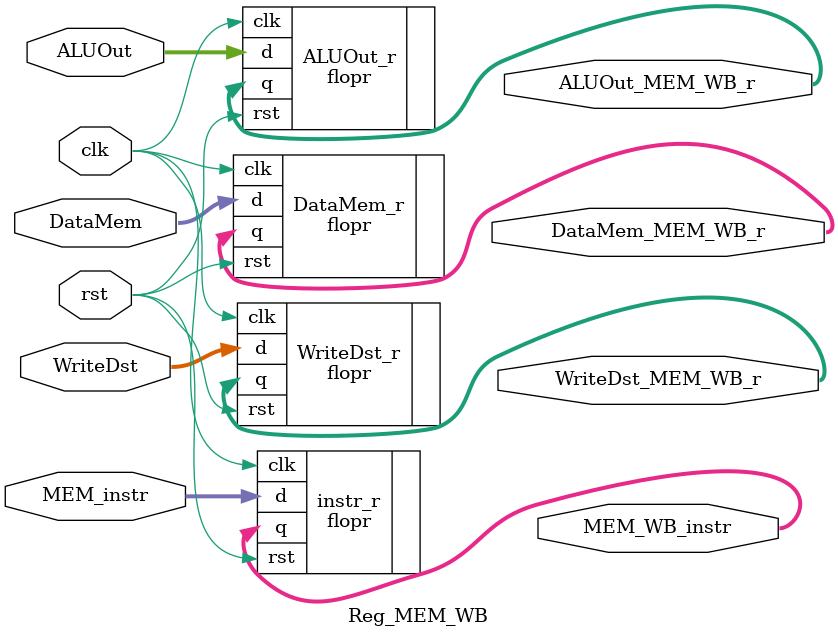
<source format=v>
`include "flopr.v";
module Reg_MEM_WB ( clk, rst,
	MEM_instr, MEM_WB_instr,
	DataMem, DataMem_MEM_WB_r,
	ALUOut, ALUOut_MEM_WB_r,
	WriteDst, WriteDst_MEM_WB_r );

	input	clk, rst;
	input	[31:0]	MEM_instr;
	input	[31:0]	DataMem;
	input	[31:0]	ALUOut;
	input	[4:0]	WriteDst;

	output	[31:0]	MEM_WB_instr;
	output	[31:0]	DataMem_MEM_WB_r;
	output	[31:0]	ALUOut_MEM_WB_r;
	output	[4:0]	WriteDst_MEM_WB_r;

	/*
	flopr #(.WIDTH(32))	PC_Add_r(
		.clk(clk), .rst(rst), .d(EX_MEM_PC_Add_r), .q(MEM_WB_PC_Add_r)
	);*/
	
	flopr #(.WIDTH(32)) instr_r(
		.clk(clk), .rst(rst), .d(MEM_instr), .q(MEM_WB_instr)
	);
	
	flopr #(.WIDTH(32))	DataMem_r(
		.clk(clk), .rst(rst), .d(DataMem), .q(DataMem_MEM_WB_r)
	);

	flopr #(.WIDTH(32))	ALUOut_r(
		.clk(clk), .rst(rst), .d(ALUOut), .q(ALUOut_MEM_WB_r)
	);

	flopr #(.WIDTH(5))	WriteDst_r(
		.clk(clk), .rst(rst), .d(WriteDst), .q(WriteDst_MEM_WB_r)
	);

	endmodule

</source>
